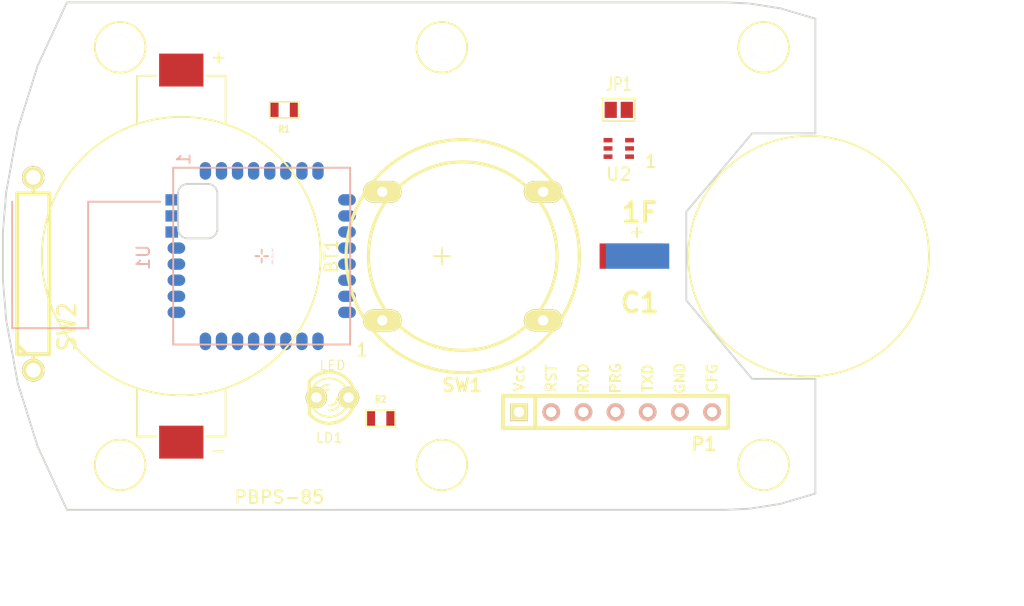
<source format=kicad_pcb>
(kicad_pcb (version 3) (host pcbnew "(2013-07-07 BZR 4022)-stable")

  (general
    (links 31)
    (no_connects 31)
    (area 0 0 0 0)
    (thickness 1)
    (drawings 2)
    (tracks 0)
    (zones 0)
    (modules 12)
    (nets 15)
  )

  (page A3)
  (layers
    (15 F.Cu signal)
    (0 B.Cu signal)
    (16 B.Adhes user)
    (17 F.Adhes user)
    (18 B.Paste user)
    (19 F.Paste user)
    (20 B.SilkS user)
    (21 F.SilkS user)
    (22 B.Mask user)
    (23 F.Mask user)
    (24 Dwgs.User user)
    (25 Cmts.User user)
    (26 Eco1.User user)
    (27 Eco2.User user)
    (28 Edge.Cuts user)
  )

  (setup
    (last_trace_width 0.254)
    (trace_clearance 0.254)
    (zone_clearance 0.508)
    (zone_45_only no)
    (trace_min 0.254)
    (segment_width 0.2)
    (edge_width 0.1)
    (via_size 0.889)
    (via_drill 0.635)
    (via_min_size 0.889)
    (via_min_drill 0.508)
    (uvia_size 0.508)
    (uvia_drill 0.127)
    (uvias_allowed no)
    (uvia_min_size 0.508)
    (uvia_min_drill 0.127)
    (pcb_text_width 0.3)
    (pcb_text_size 1.5 1.5)
    (mod_edge_width 0.15)
    (mod_text_size 1 1)
    (mod_text_width 0.15)
    (pad_size 2 2)
    (pad_drill 2)
    (pad_to_mask_clearance 0)
    (aux_axis_origin 12.7 12.7)
    (visible_elements 7FFFFFFF)
    (pcbplotparams
      (layerselection 284196865)
      (usegerberextensions true)
      (excludeedgelayer true)
      (linewidth 0.150000)
      (plotframeref false)
      (viasonmask false)
      (mode 1)
      (useauxorigin false)
      (hpglpennumber 1)
      (hpglpenspeed 20)
      (hpglpendiameter 15)
      (hpglpenoverlay 2)
      (psnegative false)
      (psa4output false)
      (plotreference true)
      (plotvalue true)
      (plotothertext true)
      (plotinvisibletext false)
      (padsonsilk false)
      (subtractmaskfromsilk true)
      (outputformat 1)
      (mirror false)
      (drillshape 0)
      (scaleselection 1)
      (outputdirectory gerber/))
  )

  (net 0 "")
  (net 1 /3V)
  (net 2 /CHG)
  (net 3 /Vcc)
  (net 4 GND)
  (net 5 N-000001)
  (net 6 N-0000012)
  (net 7 N-0000013)
  (net 8 N-0000014)
  (net 9 N-0000016)
  (net 10 N-0000017)
  (net 11 N-0000019)
  (net 12 N-000002)
  (net 13 N-000003)
  (net 14 N-000005)

  (net_class Default "これは標準のネット クラスです。"
    (clearance 0.254)
    (trace_width 0.254)
    (via_dia 0.889)
    (via_drill 0.635)
    (uvia_dia 0.508)
    (uvia_drill 0.127)
    (add_net "")
    (add_net N-000001)
    (add_net N-0000012)
    (add_net N-0000013)
    (add_net N-0000014)
    (add_net N-0000016)
    (add_net N-0000017)
    (add_net N-0000019)
    (add_net N-000002)
    (add_net N-000003)
    (add_net N-000005)
  )

  (net_class power ""
    (clearance 0.254)
    (trace_width 0.508)
    (via_dia 0.889)
    (via_drill 0.635)
    (uvia_dia 0.508)
    (uvia_drill 0.127)
    (add_net /3V)
    (add_net /CHG)
    (add_net /Vcc)
    (add_net GND)
  )

  (module GS2 (layer F.Cu) (tedit 54CB1E4B) (tstamp 54B9D453)
    (at 62.484 22.352 270)
    (descr "Pontet Goute de soudure")
    (path /54B7E0F7)
    (attr virtual)
    (fp_text reference JP1 (at -2.032 0 360) (layer F.SilkS)
      (effects (font (size 1.016 0.762) (thickness 0.127)))
    )
    (fp_text value BYPASS (at -1.524 0 360) (layer F.SilkS) hide
      (effects (font (size 0.762 0.762) (thickness 0.127)))
    )
    (fp_line (start -0.889 -1.27) (end -0.889 1.27) (layer F.SilkS) (width 0.127))
    (fp_line (start 0.889 1.27) (end 0.889 -1.27) (layer F.SilkS) (width 0.127))
    (fp_line (start 0.889 1.27) (end -0.889 1.27) (layer F.SilkS) (width 0.127))
    (fp_line (start -0.889 -1.27) (end 0.889 -1.27) (layer F.SilkS) (width 0.127))
    (pad 1 smd rect (at 0 -0.635 270) (size 1.27 0.9652)
      (layers F.Cu F.Paste F.Mask)
      (net 3 /Vcc)
    )
    (pad 2 smd rect (at 0 0.635 270) (size 1.27 0.9652)
      (layers F.Cu F.Paste F.Mask)
      (net 2 /CHG)
    )
  )

  (module LED-3MM (layer F.Cu) (tedit 54CB240E) (tstamp 54BB6F4F)
    (at 39.878 45.085 180)
    (descr "LED 3mm - Lead pitch 100mil (2,54mm)")
    (tags "LED led 3mm 3MM 100mil 2,54mm")
    (path /54AD1F8E)
    (fp_text reference LD1 (at 0.254 -3.175 180) (layer F.SilkS)
      (effects (font (size 0.762 0.762) (thickness 0.0889)))
    )
    (fp_text value LED (at 0 2.54 180) (layer F.SilkS)
      (effects (font (size 0.762 0.762) (thickness 0.0889)))
    )
    (fp_line (start 1.8288 1.27) (end 1.8288 -1.27) (layer F.SilkS) (width 0.254))
    (fp_arc (start 0.254 0) (end -1.27 0) (angle 39.8) (layer F.SilkS) (width 0.1524))
    (fp_arc (start 0.254 0) (end -0.88392 1.01092) (angle 41.6) (layer F.SilkS) (width 0.1524))
    (fp_arc (start 0.254 0) (end 1.4097 -0.9906) (angle 40.6) (layer F.SilkS) (width 0.1524))
    (fp_arc (start 0.254 0) (end 1.778 0) (angle 39.8) (layer F.SilkS) (width 0.1524))
    (fp_arc (start 0.254 0) (end 0.254 -1.524) (angle 54.4) (layer F.SilkS) (width 0.1524))
    (fp_arc (start 0.254 0) (end -0.9652 -0.9144) (angle 53.1) (layer F.SilkS) (width 0.1524))
    (fp_arc (start 0.254 0) (end 1.45542 0.93472) (angle 52.1) (layer F.SilkS) (width 0.1524))
    (fp_arc (start 0.254 0) (end 0.254 1.524) (angle 52.1) (layer F.SilkS) (width 0.1524))
    (fp_arc (start 0.254 0) (end -0.381 0) (angle 90) (layer F.SilkS) (width 0.1524))
    (fp_arc (start 0.254 0) (end -0.762 0) (angle 90) (layer F.SilkS) (width 0.1524))
    (fp_arc (start 0.254 0) (end 0.889 0) (angle 90) (layer F.SilkS) (width 0.1524))
    (fp_arc (start 0.254 0) (end 1.27 0) (angle 90) (layer F.SilkS) (width 0.1524))
    (fp_arc (start 0.254 0) (end 0.254 -2.032) (angle 50.1) (layer F.SilkS) (width 0.254))
    (fp_arc (start 0.254 0) (end -1.5367 -0.95504) (angle 61.9) (layer F.SilkS) (width 0.254))
    (fp_arc (start 0.254 0) (end 1.8034 1.31064) (angle 49.7) (layer F.SilkS) (width 0.254))
    (fp_arc (start 0.254 0) (end 0.254 2.032) (angle 60.2) (layer F.SilkS) (width 0.254))
    (fp_arc (start 0.254 0) (end -1.778 0) (angle 28.3) (layer F.SilkS) (width 0.254))
    (fp_arc (start 0.254 0) (end -1.47574 1.06426) (angle 31.6) (layer F.SilkS) (width 0.254))
    (pad 1 thru_hole circle (at -1.27 0 180) (size 1.6764 1.6764) (drill 0.8128)
      (layers *.Cu *.Mask F.SilkS)
      (net 12 N-000002)
    )
    (pad 2 thru_hole circle (at 1.27 0 180) (size 1.6764 1.6764) (drill 0.8128)
      (layers *.Cu *.Mask F.SilkS)
      (net 13 N-000003)
    )
    (model discret/leds/led3_vertical_verde.wrl
      (at (xyz 0 0 0))
      (scale (xyz 1 1 1))
      (rotate (xyz 0 0 0))
    )
  )

  (module SM0603 (layer F.Cu) (tedit 54CB2404) (tstamp 54B7CB61)
    (at 43.688 46.736)
    (path /54AE44D9)
    (attr smd)
    (fp_text reference R2 (at 0 -1.524) (layer F.SilkS)
      (effects (font (size 0.508 0.4572) (thickness 0.1143)))
    )
    (fp_text value 680 (at 0 0) (layer F.SilkS) hide
      (effects (font (size 0.508 0.4572) (thickness 0.1143)))
    )
    (fp_line (start -1.143 -0.635) (end 1.143 -0.635) (layer F.SilkS) (width 0.127))
    (fp_line (start 1.143 -0.635) (end 1.143 0.635) (layer F.SilkS) (width 0.127))
    (fp_line (start 1.143 0.635) (end -1.143 0.635) (layer F.SilkS) (width 0.127))
    (fp_line (start -1.143 0.635) (end -1.143 -0.635) (layer F.SilkS) (width 0.127))
    (pad 1 smd rect (at -0.762 0) (size 0.635 1.143)
      (layers F.Cu F.Paste F.Mask)
      (net 3 /Vcc)
    )
    (pad 2 smd rect (at 0.762 0) (size 0.635 1.143)
      (layers F.Cu F.Paste F.Mask)
      (net 12 N-000002)
    )
    (model smd\resistors\R0603.wrl
      (at (xyz 0 0 0.001))
      (scale (xyz 0.5 0.5 0.5))
      (rotate (xyz 0 0 0))
    )
  )

  (module SM0603 (layer F.Cu) (tedit 54CB243A) (tstamp 54B7CB47)
    (at 36.068 22.352)
    (path /54ACCB34)
    (attr smd)
    (fp_text reference R1 (at 0 1.524) (layer F.SilkS)
      (effects (font (size 0.508 0.4572) (thickness 0.1143)))
    )
    (fp_text value 330 (at 0 0) (layer F.SilkS) hide
      (effects (font (size 0.508 0.4572) (thickness 0.1143)))
    )
    (fp_line (start -1.143 -0.635) (end 1.143 -0.635) (layer F.SilkS) (width 0.127))
    (fp_line (start 1.143 -0.635) (end 1.143 0.635) (layer F.SilkS) (width 0.127))
    (fp_line (start 1.143 0.635) (end -1.143 0.635) (layer F.SilkS) (width 0.127))
    (fp_line (start -1.143 0.635) (end -1.143 -0.635) (layer F.SilkS) (width 0.127))
    (pad 1 smd rect (at -0.762 0) (size 0.635 1.143)
      (layers F.Cu F.Paste F.Mask)
      (net 1 /3V)
    )
    (pad 2 smd rect (at 0.762 0) (size 0.635 1.143)
      (layers F.Cu F.Paste F.Mask)
      (net 2 /CHG)
    )
    (model smd\resistors\R0603.wrl
      (at (xyz 0 0 0.001))
      (scale (xyz 0.5 0.5 0.5))
      (rotate (xyz 0 0 0))
    )
  )

  (module HN2S01FU (layer F.Cu) (tedit 54CB2432) (tstamp 54B9D448)
    (at 62.484 25.4 180)
    (path /54B6402D)
    (fp_text reference U2 (at 0 -2.032 180) (layer F.SilkS)
      (effects (font (size 1 1) (thickness 0.15)))
    )
    (fp_text value HN2S01FU (at 0 1.2 180) (layer F.SilkS) hide
      (effects (font (size 0.127 0.127) (thickness 0.000001)))
    )
    (fp_text user 1 (at -2.54 -1.016 180) (layer F.SilkS)
      (effects (font (size 1 1) (thickness 0.15)))
    )
    (pad 2 smd rect (at -0.85 0 180) (size 0.7 0.35)
      (layers F.Cu F.Paste F.Mask)
      (net 3 /Vcc)
    )
    (pad 1 smd rect (at -0.85 -0.65 180) (size 0.7 0.35)
      (layers F.Cu F.Paste F.Mask)
      (net 3 /Vcc)
    )
    (pad 3 smd rect (at -0.85 0.65 180) (size 0.7 0.35)
      (layers F.Cu F.Paste F.Mask)
      (net 3 /Vcc)
    )
    (pad 4 smd rect (at 0.85 0.65 180) (size 0.7 0.35)
      (layers F.Cu F.Paste F.Mask)
      (net 2 /CHG)
    )
    (pad 5 smd rect (at 0.85 0 180) (size 0.7 0.35)
      (layers F.Cu F.Paste F.Mask)
      (net 2 /CHG)
    )
    (pad 6 smd rect (at 0.85 -0.65 180) (size 0.7 0.35)
      (layers F.Cu F.Paste F.Mask)
      (net 5 N-000001)
    )
    (model HN2S01FU.wrl
      (at (xyz 0 0 0))
      (scale (xyz 0.3937007874 0.3937007874 0.3937007874))
      (rotate (xyz 0 0 0))
    )
  )

  (module JF-15CKCBNP2   placed (layer F.Cu) (tedit 54BDEB25) (tstamp 54B9D517)
    (at 50.165 33.909 180)
    (path /549BC4AC)
    (fp_text reference SW1 (at 0.05 -10.2 180) (layer F.SilkS)
      (effects (font (size 1.016 1.016) (thickness 0.2032)))
    )
    (fp_text value SW_PUSH (at 0 1.016 180) (layer F.SilkS) hide
      (effects (font (size 1.016 1.016) (thickness 0.2032)))
    )
    (fp_text user 1 (at 7.95 -7.4 180) (layer F.SilkS)
      (effects (font (size 1 1) (thickness 0.15)))
    )
    (fp_circle (center 0 0) (end 8.85 2.54) (layer F.SilkS) (width 0.254))
    (fp_circle (center 0 0) (end 7 2.54) (layer F.SilkS) (width 0.254))
    (pad 1 thru_hole oval (at 6.35 -5.08 180) (size 3.048 1.7272) (drill 0.8128)
      (layers *.Cu *.Mask F.SilkS)
      (net 10 N-0000017)
    )
    (pad 2 thru_hole oval (at 6.35 5.08 180) (size 3.048 1.7272) (drill 0.8128)
      (layers *.Cu *.Mask F.SilkS)
      (net 4 GND)
    )
    (pad 1 thru_hole oval (at -6.35 -5.08 180) (size 3.048 1.7272) (drill 0.8128)
      (layers *.Cu *.Mask F.SilkS)
      (net 10 N-0000017)
    )
    (pad 2 thru_hole oval (at -6.35 5.08 180) (size 3.048 1.7272) (drill 0.8128)
      (layers *.Cu *.Mask F.SilkS)
      (net 4 GND)
    )
    (model ../packages3d/JF-15CKCBNP2.wrl
      (at (xyz 0 0 0))
      (scale (xyz 0.393701 0.393701 0.393701))
      (rotate (xyz 0 0 0))
    )
  )

  (module SMTU2032 (layer F.Cu) (tedit 54BDEAE8) (tstamp 54B9D46B)
    (at 27.94 33.909 270)
    (path /5493D0B5)
    (fp_text reference BT1 (at 0 -11.85 270) (layer F.SilkS)
      (effects (font (size 1 1) (thickness 0.15)))
    )
    (fp_text value 3V (at 0.05 -0.6 270) (layer F.SilkS) hide
      (effects (font (size 1 1) (thickness 0.15)))
    )
    (fp_text user - (at 15.35 -2.95 360) (layer F.SilkS)
      (effects (font (size 1 1) (thickness 0.15)))
    )
    (fp_text user + (at -15.75 -2.95 360) (layer F.SilkS)
      (effects (font (size 1 1) (thickness 0.15)))
    )
    (fp_line (start 14.25 2) (end 14.25 3.5) (layer F.SilkS) (width 0.15))
    (fp_line (start -14.25 3.5) (end -14.25 2) (layer F.SilkS) (width 0.15))
    (fp_line (start 10.5 -3.5) (end 14.25 -3.5) (layer F.SilkS) (width 0.15))
    (fp_line (start 14.25 -3.5) (end 14.25 -2) (layer F.SilkS) (width 0.15))
    (fp_line (start 14.25 3.5) (end 10.5 3.5) (layer F.SilkS) (width 0.15))
    (fp_line (start -10.5 -3.5) (end -14.25 -3.5) (layer F.SilkS) (width 0.15))
    (fp_line (start -14.25 -3.5) (end -14.25 -2) (layer F.SilkS) (width 0.15))
    (fp_line (start -14.25 3.5) (end -10.5 3.5) (layer F.SilkS) (width 0.15))
    (fp_circle (center 0 0) (end 0 -11) (layer F.SilkS) (width 0.15))
    (pad 1 smd rect (at -14.7 0 270) (size 2.6 3.5)
      (layers F.Cu F.Paste F.Mask)
      (net 1 /3V)
    )
    (pad 2 smd rect (at 14.7 0 270) (size 2.6 3.5)
      (layers F.Cu F.Paste F.Mask)
      (net 4 GND)
    )
    (model ../packages3d/SMTU2032.wrl
      (at (xyz 0 0 0))
      (scale (xyz 0.393701 0.393701 0.393701))
      (rotate (xyz 0 0 0))
    )
    (model ../packages3d/CR2032.wrl
      (at (xyz 0 0 0.06102362205))
      (scale (xyz 0.393701 0.393701 0.393701))
      (rotate (xyz 0 0 0))
    )
  )

  (module SE-5R5-D105VYV   placed (layer F.Cu) (tedit 54BDDBD0) (tstamp 54B1BC4C)
    (at 77.47 33.909 180)
    (descr "Capacitor, EDLC, cyl 18.5x4mm")
    (path /549BC5A8)
    (fp_text reference C1 (at 13.335 -3.683 180) (layer F.SilkS)
      (effects (font (size 1.524 1.524) (thickness 0.3048)))
    )
    (fp_text value 1F (at 13.335 3.429 180) (layer F.SilkS)
      (effects (font (size 1.524 1.524) (thickness 0.3048)))
    )
    (fp_text user + (at 13.55 1.95 180) (layer F.SilkS)
      (effects (font (size 1 1) (thickness 0.15)))
    )
    (fp_circle (center 0 0) (end 9.5 0) (layer F.SilkS) (width 0.15))
    (pad 1 smd rect (at 14 0 180) (size 5 2)
      (layers F.Cu F.Paste F.Mask)
      (net 3 /Vcc)
    )
    (pad 2 smd rect (at 13.5 0 180) (size 5 2)
      (layers B.Cu B.Paste B.Mask)
      (net 4 GND)
    )
    (model ../packages3d/SE-5R5-D105VYV.wrl
      (at (xyz 0 0 -0.03937007874))
      (scale (xyz 0.393701 0.393701 0.393701))
      (rotate (xyz 0 0 0))
    )
  )

  (module TWE-001L-SMD (layer B.Cu) (tedit 54CC27AC) (tstamp 54BEC2EB)
    (at 34.29 33.909 270)
    (path /54E4765F)
    (fp_text reference U1 (at 0.1 9.35 270) (layer B.SilkS)
      (effects (font (size 1 1) (thickness 0.15)) (justify mirror))
    )
    (fp_text value TWE_LITE_SMD (at 0 -0.85 270) (layer B.SilkS)
      (effects (font (size 0.127 0.127) (thickness 0.000001)) (justify mirror))
    )
    (fp_line (start -0.5 0) (end -0.2 0) (layer B.SilkS) (width 0.15))
    (fp_line (start 0 0.5) (end 0 0.2) (layer B.SilkS) (width 0.15))
    (fp_line (start 0 -0.5) (end 0 -0.2) (layer B.SilkS) (width 0.15))
    (fp_line (start 0.2 0) (end 0.5 0) (layer B.SilkS) (width 0.15))
    (fp_text user 1 (at -7.65 6.15 270) (layer B.SilkS)
      (effects (font (size 1 1) (thickness 0.15)) (justify mirror))
    )
    (fp_arc (start -4.95 4.25) (end -4.95 3.5) (angle -90) (layer Edge.Cuts) (width 0.15))
    (fp_line (start -5.7 4.25) (end -5.7 5.85) (layer Edge.Cuts) (width 0.15))
    (fp_arc (start -4.95 5.85) (end -5.7 5.85) (angle -90) (layer Edge.Cuts) (width 0.15))
    (fp_line (start -2.15 6.6) (end -4.95 6.6) (layer Edge.Cuts) (width 0.15))
    (fp_arc (start -2.15 5.85) (end -2.15 6.6) (angle -90) (layer Edge.Cuts) (width 0.15))
    (fp_line (start -1.4 5.85) (end -1.4 4.25) (layer Edge.Cuts) (width 0.15))
    (fp_arc (start -2.15 4.25) (end -1.4 4.25) (angle -90) (layer Edge.Cuts) (width 0.15))
    (fp_line (start -2.15 3.5) (end -4.95 3.5) (layer Edge.Cuts) (width 0.15))
    (fp_line (start -6.985 6.985) (end -6.985 -6.985) (layer B.SilkS) (width 0.15))
    (fp_line (start -6.985 -6.985) (end 6.985 -6.985) (layer B.SilkS) (width 0.15))
    (fp_line (start 6.985 -6.985) (end 6.985 6.985) (layer B.SilkS) (width 0.15))
    (fp_line (start 6.985 6.985) (end -6.985 6.985) (layer B.SilkS) (width 0.15))
    (fp_line (start -4.3 8) (end -4.3 13.7) (layer B.SilkS) (width 0.15))
    (fp_line (start -4.3 13.7) (end 5.7 13.7) (layer B.SilkS) (width 0.15))
    (fp_line (start 5.7 13.7) (end 5.7 19.7) (layer B.SilkS) (width 0.15))
    (fp_line (start 5.7 19.7) (end -4.3 19.7) (layer B.SilkS) (width 0.15))
    (pad 1 smd oval (at -6.735 4.445 180) (size 0.9 1.4)
      (layers B.Cu B.Paste B.Mask)
    )
    (pad 2 smd oval (at -6.735 3.175 180) (size 0.9 1.4)
      (layers B.Cu B.Paste B.Mask)
      (net 8 N-0000014)
    )
    (pad 3 smd oval (at -6.735 1.905 180) (size 0.9 1.4)
      (layers B.Cu B.Paste B.Mask)
    )
    (pad 4 smd oval (at -6.735 0.635 180) (size 0.9 1.4)
      (layers B.Cu B.Paste B.Mask)
    )
    (pad 5 smd oval (at -6.735 -0.635 180) (size 0.9 1.4)
      (layers B.Cu B.Paste B.Mask)
      (net 3 /Vcc)
    )
    (pad 6 smd oval (at -6.735 -1.905 180) (size 0.9 1.4)
      (layers B.Cu B.Paste B.Mask)
    )
    (pad 7 smd oval (at -6.735 -3.175 180) (size 0.9 1.4)
      (layers B.Cu B.Paste B.Mask)
    )
    (pad 8 smd oval (at -6.735 -4.445 180) (size 0.9 1.4)
      (layers B.Cu B.Paste B.Mask)
      (net 11 N-0000019)
    )
    (pad 9 smd oval (at -4.445 -6.735 270) (size 0.9 1.4)
      (layers B.Cu B.Paste B.Mask)
      (net 14 N-000005)
    )
    (pad 10 smd oval (at -3.175 -6.735 270) (size 0.9 1.4)
      (layers B.Cu B.Paste B.Mask)
    )
    (pad 11 smd oval (at -1.905 -6.735 270) (size 0.9 1.4)
      (layers B.Cu B.Paste B.Mask)
      (net 13 N-000003)
    )
    (pad 12 smd oval (at -0.635 -6.735 270) (size 0.9 1.4)
      (layers B.Cu B.Paste B.Mask)
      (net 7 N-0000013)
    )
    (pad 13 smd oval (at 0.635 -6.735 270) (size 0.9 1.4)
      (layers B.Cu B.Paste B.Mask)
      (net 10 N-0000017)
    )
    (pad 14 smd oval (at 1.905 -6.735 270) (size 0.9 1.4)
      (layers B.Cu B.Paste B.Mask)
    )
    (pad 15 smd oval (at 3.175 -6.735 270) (size 0.9 1.4)
      (layers B.Cu B.Paste B.Mask)
    )
    (pad 16 smd oval (at 4.445 -6.735 270) (size 0.9 1.4)
      (layers B.Cu B.Paste B.Mask)
    )
    (pad 17 smd oval (at 6.735 -4.445 180) (size 0.9 1.4)
      (layers B.Cu B.Paste B.Mask)
    )
    (pad 18 smd oval (at 6.735 -3.175 180) (size 0.9 1.4)
      (layers B.Cu B.Paste B.Mask)
      (net 9 N-0000016)
    )
    (pad 19 smd oval (at 6.735 -1.905 180) (size 0.9 1.4)
      (layers B.Cu B.Paste B.Mask)
    )
    (pad 20 smd oval (at 6.735 -0.635 180) (size 0.9 1.4)
      (layers B.Cu B.Paste B.Mask)
      (net 4 GND)
    )
    (pad 21 smd oval (at 6.735 0.635 180) (size 0.9 1.4)
      (layers B.Cu B.Paste B.Mask)
      (net 6 N-0000012)
    )
    (pad 22 smd oval (at 6.735 1.905 180) (size 0.9 1.4)
      (layers B.Cu B.Paste B.Mask)
    )
    (pad 23 smd oval (at 6.735 3.175 180) (size 0.9 1.4)
      (layers B.Cu B.Paste B.Mask)
    )
    (pad 24 smd oval (at 6.735 4.445 180) (size 0.9 1.4)
      (layers B.Cu B.Paste B.Mask)
    )
    (pad 25 smd oval (at 4.445 6.735 270) (size 0.9 1.4)
      (layers B.Cu B.Paste B.Mask)
    )
    (pad 26 smd oval (at 3.175 6.735 270) (size 0.9 1.4)
      (layers B.Cu B.Paste B.Mask)
    )
    (pad 27 smd oval (at 1.905 6.735 270) (size 0.9 1.4)
      (layers B.Cu B.Paste B.Mask)
    )
    (pad 28 smd oval (at 0.635 6.735 270) (size 0.9 1.4)
      (layers B.Cu B.Paste B.Mask)
      (net 4 GND)
    )
    (pad 29 smd oval (at -0.635 6.735 270) (size 0.9 1.4)
      (layers B.Cu B.Paste B.Mask)
    )
    (pad 30 smd rect (at -1.905 7.1 270) (size 0.9 1)
      (layers B.Cu B.Paste B.Mask)
      (net 4 GND)
    )
    (pad 31 smd rect (at -3.175 7.1 270) (size 0.9 1)
      (layers B.Cu B.Paste B.Mask)
      (net 4 GND)
    )
    (pad 32 smd rect (at -4.445 7.1 270) (size 0.9 1)
      (layers B.Cu B.Paste B.Mask)
      (net 4 GND)
    )
    (model ../packages3d/TWE-001L-SMD.wrl
      (at (xyz 0 0 0))
      (scale (xyz 0.393701 0.393701 0.393701))
      (rotate (xyz 0 0 0))
    )
  )

  (module PBPS-85-EDLC (layer F.Cu) (tedit 54E6B415) (tstamp 54B5FE16)
    (at 48.514 33.909)
    (fp_text reference PBPS-85 (at -12.827 19.05) (layer F.SilkS)
      (effects (font (size 1 1) (thickness 0.15)))
    )
    (fp_text value "" (at 0 0) (layer F.SilkS)
      (effects (font (size 0.127 0.127) (thickness 0.000001)))
    )
    (fp_line (start 29.4894 9.7) (end 29.4894 18.7579) (layer Edge.Cuts) (width 0.15))
    (fp_line (start 24.5 9.7) (end 29.4894 9.7) (layer Edge.Cuts) (width 0.15))
    (fp_line (start 19.3 3.5) (end 24.5 9.7) (layer Edge.Cuts) (width 0.15))
    (fp_line (start 19.3 3.5) (end 19.3 -3.5) (layer Edge.Cuts) (width 0.15))
    (fp_line (start 19.3 -3.5) (end 24.5 -9.7) (layer Edge.Cuts) (width 0.15))
    (fp_line (start 24.5 -9.7) (end 29.4894 -9.7) (layer Edge.Cuts) (width 0.15))
    (fp_line (start 29.4894 -9.7) (end 29.4894 -18.7579) (layer Edge.Cuts) (width 0.15))
    (fp_circle (center 25.4 16.5) (end 25.4 18.5) (layer F.SilkS) (width 0.15))
    (fp_circle (center -25.4 16.5) (end -25.4 18.5) (layer F.SilkS) (width 0.15))
    (fp_circle (center 0 16.5) (end 0 18.5) (layer F.SilkS) (width 0.15))
    (fp_circle (center 25.4 -16.5) (end 25.4 -18.5) (layer F.SilkS) (width 0.15))
    (fp_circle (center 0 -16.5) (end 0 -18.5) (layer F.SilkS) (width 0.15))
    (fp_circle (center -25.4 -16.5) (end -25.4 -18.5) (layer F.SilkS) (width 0.15))
    (fp_line (start 0 -0.635) (end 0 0.635) (layer F.SilkS) (width 0.15))
    (fp_line (start -0.635 0) (end 0.635 0) (layer F.SilkS) (width 0.15))
    (fp_line (start -29.6 -20.05) (end 22.4 -20.05) (layer Edge.Cuts) (width 0.15))
    (fp_line (start -29.6 -20.05) (end -31.9151 -15.0368) (layer Edge.Cuts) (width 0.15))
    (fp_line (start -31.9151 -15.0368) (end -33.4899 -10.0076) (layer Edge.Cuts) (width 0.15))
    (fp_line (start -33.4899 -10.0076) (end -34.3916 -5.08) (layer Edge.Cuts) (width 0.15))
    (fp_line (start -34.3916 -5.08) (end -34.6583 -1.8669) (layer Edge.Cuts) (width 0.15))
    (fp_line (start -34.6583 -1.8669) (end -34.6583 1.8669) (layer Edge.Cuts) (width 0.15))
    (fp_line (start -34.6583 1.8669) (end -34.3916 5.08) (layer Edge.Cuts) (width 0.15))
    (fp_line (start -33.4899 10.0076) (end -34.3916 5.08) (layer Edge.Cuts) (width 0.15))
    (fp_line (start -31.9151 15.0368) (end -33.4899 10.0076) (layer Edge.Cuts) (width 0.15))
    (fp_line (start -29.6 20.05) (end -31.9151 15.0368) (layer Edge.Cuts) (width 0.15))
    (fp_line (start -29.6 20.05) (end 22.4 20.05) (layer Edge.Cuts) (width 0.15))
    (fp_line (start 22.4 20.05) (end 24.257 19.9644) (layer Edge.Cuts) (width 0.15))
    (fp_line (start 24.257 19.9644) (end 26.7081 19.5834) (layer Edge.Cuts) (width 0.15))
    (fp_line (start 26.7081 19.5834) (end 29.4894 18.7579) (layer Edge.Cuts) (width 0.15))
    (fp_line (start 26.7081 -19.5834) (end 29.4894 -18.7579) (layer Edge.Cuts) (width 0.15))
    (fp_line (start 24.257 -19.9644) (end 26.7081 -19.5834) (layer Edge.Cuts) (width 0.15))
    (fp_line (start 22.4 -20.05) (end 24.257 -19.9644) (layer Edge.Cuts) (width 0.15))
    (pad "" np_thru_hole circle (at 0 -16.5) (size 2 2) (drill 2)
      (layers *.Cu *.Mask F.SilkS)
      (clearance 1)
    )
    (pad "" np_thru_hole circle (at 0 16.5) (size 2 2) (drill 2)
      (layers *.Cu *.Mask F.SilkS)
      (clearance 1)
    )
    (pad "" np_thru_hole circle (at -25.4 -16.5) (size 2 2) (drill 2)
      (layers *.Cu *.Mask F.SilkS)
      (clearance 1)
    )
    (pad "" np_thru_hole circle (at -25.4 16.5) (size 2 2) (drill 2)
      (layers *.Cu *.Mask F.SilkS)
      (clearance 1)
    )
    (pad "" np_thru_hole circle (at 25.4 -16.5) (size 2 2) (drill 2)
      (layers *.Cu *.Mask F.SilkS)
      (clearance 1)
    )
    (pad "" np_thru_hole circle (at 25.4 16.5) (size 2 2) (drill 2)
      (layers *.Cu *.Mask F.SilkS)
      (clearance 1)
    )
    (model ../packages3d/PS-85.wrl
      (at (xyz 0 0 -0.03937))
      (scale (xyz 0.393701 0.393701 0.393701))
      (rotate (xyz 0 0 0))
    )
  )

  (module WRITE-7P (layer F.Cu) (tedit 54E42C8A) (tstamp 54E6B2D1)
    (at 62.23 46.228)
    (descr "TWE-Lite ISP 7 pins")
    (tags TWE-Lite)
    (path /54E4785D)
    (fp_text reference P1 (at 6.985 2.54) (layer F.SilkS)
      (effects (font (size 1 1) (thickness 0.2)))
    )
    (fp_text value WRITER-VCC (at 0 2.5) (layer F.SilkS) hide
      (effects (font (size 1 1) (thickness 0.2)))
    )
    (fp_text user CFG (at 7.62 -2.667 90) (layer F.SilkS)
      (effects (font (size 0.8 0.8) (thickness 0.15)))
    )
    (fp_text user GND (at 5.08 -2.667 90) (layer F.SilkS)
      (effects (font (size 0.8 0.8) (thickness 0.15)))
    )
    (fp_text user TXD (at 2.54 -2.667 90) (layer F.SilkS)
      (effects (font (size 0.8 0.8) (thickness 0.15)))
    )
    (fp_text user PRG (at 0 -2.667 90) (layer F.SilkS)
      (effects (font (size 0.8 0.8) (thickness 0.15)))
    )
    (fp_text user RXD (at -2.54 -2.667 90) (layer F.SilkS)
      (effects (font (size 0.8 0.8) (thickness 0.15)))
    )
    (fp_text user RST (at -5.08 -2.667 90) (layer F.SilkS)
      (effects (font (size 0.8 0.8) (thickness 0.15)))
    )
    (fp_text user Vcc (at -7.62 -2.667 90) (layer F.SilkS)
      (effects (font (size 0.8 0.8) (thickness 0.15)))
    )
    (fp_line (start -8.89 -1.27) (end -8.89 -1.27) (layer F.SilkS) (width 0.3048))
    (fp_line (start -8.89 -1.27) (end 8.89 -1.27) (layer F.SilkS) (width 0.3048))
    (fp_line (start 8.89 -1.27) (end 8.89 1.27) (layer F.SilkS) (width 0.3048))
    (fp_line (start 8.89 1.27) (end -8.89 1.27) (layer F.SilkS) (width 0.3048))
    (fp_line (start -8.89 1.27) (end -8.89 -1.27) (layer F.SilkS) (width 0.3048))
    (fp_line (start -6.35 1.27) (end -6.35 1.27) (layer F.SilkS) (width 0.3048))
    (fp_line (start -6.35 1.27) (end -6.35 -1.27) (layer F.SilkS) (width 0.3048))
    (pad 1 thru_hole rect (at -7.62 0) (size 1.397 1.397) (drill 0.8128)
      (layers *.Cu *.Mask F.SilkS)
      (net 5 N-000001)
    )
    (pad 2 thru_hole circle (at -5.08 0) (size 1.397 1.397) (drill 0.8128)
      (layers *.Cu *.SilkS *.Mask)
      (net 6 N-0000012)
    )
    (pad 3 thru_hole circle (at -2.54 0) (size 1.397 1.397) (drill 0.8128)
      (layers *.Cu *.SilkS *.Mask)
      (net 14 N-000005)
    )
    (pad 4 thru_hole circle (at 0 0) (size 1.397 1.397) (drill 0.8128)
      (layers *.Cu *.SilkS *.Mask)
      (net 8 N-0000014)
    )
    (pad 5 thru_hole circle (at 2.54 0) (size 1.397 1.397) (drill 0.8128)
      (layers *.Cu *.SilkS *.Mask)
      (net 11 N-0000019)
    )
    (pad 6 thru_hole circle (at 5.08 0) (size 1.397 1.397) (drill 0.8128)
      (layers *.Cu *.SilkS *.Mask)
      (net 4 GND)
    )
    (pad 7 thru_hole circle (at 7.62 0) (size 1.397 1.397) (drill 0.8128)
      (layers *.Cu *.SilkS *.Mask)
      (net 7 N-0000013)
    )
  )

  (module R6 (layer F.Cu) (tedit 54E6B398) (tstamp 54E6B2DE)
    (at 16.256 35.306 90)
    (descr "Resistance 6 pas")
    (tags R)
    (path /54E4493A)
    (autoplace_cost180 10)
    (fp_text reference SW2 (at -4.191 2.667 90) (layer F.SilkS)
      (effects (font (size 1.397 1.27) (thickness 0.2032)))
    )
    (fp_text value "REED SW" (at 0.254 0 90) (layer F.SilkS) hide
      (effects (font (size 1.397 1.27) (thickness 0.2032)))
    )
    (fp_line (start -6.35 -1.27) (end 6.35 -1.27) (layer F.SilkS) (width 0.3048))
    (fp_line (start 6.35 -1.27) (end 6.35 1.27) (layer F.SilkS) (width 0.3048))
    (fp_line (start 6.35 1.27) (end -6.35 1.27) (layer F.SilkS) (width 0.3048))
    (fp_line (start 6.35 0) (end 7.62 0) (layer F.SilkS) (width 0.3048))
    (fp_line (start -7.62 0) (end -6.35 0) (layer F.SilkS) (width 0.3048))
    (fp_line (start -6.35 -0.508) (end -5.588 -1.27) (layer F.SilkS) (width 0.3048))
    (fp_line (start -6.35 -1.27) (end -6.35 1.27) (layer F.SilkS) (width 0.3048))
    (pad 1 thru_hole circle (at -7.62 0 90) (size 1.778 1.778) (drill 1.143)
      (layers *.Cu *.Mask F.SilkS)
      (net 9 N-0000016)
    )
    (pad 2 thru_hole circle (at 7.62 0 90) (size 1.778 1.778) (drill 1.143)
      (layers *.Cu *.Mask F.SilkS)
      (net 4 GND)
    )
    (model discret/resistor.wrl
      (at (xyz 0 0 0))
      (scale (xyz 0.6 0.6 0.6))
      (rotate (xyz 0 0 0))
    )
  )

  (dimension 64.516245 (width 0.3) (layer Eco2.User)
    (gr_text 64.516mm (at 46.034859 62.123522 359.8420986) (layer Eco2.User)
      (effects (font (size 1.5 1.5) (thickness 0.3)))
    )
    (feature1 (pts (xy 78.3717 33.6042) (xy 78.289139 63.562417)))
    (feature2 (pts (xy 13.8557 33.4264) (xy 13.773139 63.384617)))
    (crossbar (pts (xy 13.780579 60.684628) (xy 78.296579 60.862428)))
    (arrow1a (pts (xy 78.296579 60.862428) (xy 77.168464 61.445741)))
    (arrow1b (pts (xy 78.296579 60.862428) (xy 77.171696 60.272905)))
    (arrow2a (pts (xy 13.780579 60.684628) (xy 14.905462 61.274151)))
    (arrow2b (pts (xy 13.780579 60.684628) (xy 14.908694 60.101315)))
  )
  (dimension 40.132032 (width 0.3) (layer Eco2.User)
    (gr_text 40.132mm (at 88.192733 33.886954 270.0725263) (layer Eco2.User)
      (effects (font (size 1.5 1.5) (thickness 0.3)))
    )
    (feature1 (pts (xy 70.8025 53.975) (xy 89.568132 53.951246)))
    (feature2 (pts (xy 70.7517 13.843) (xy 89.517332 13.819246)))
    (crossbar (pts (xy 86.817335 13.822663) (xy 86.868135 53.954663)))
    (arrow1a (pts (xy 86.868135 53.954663) (xy 86.280289 52.828903)))
    (arrow1b (pts (xy 86.868135 53.954663) (xy 87.453129 52.827418)))
    (arrow2a (pts (xy 86.817335 13.822663) (xy 86.232341 14.949908)))
    (arrow2b (pts (xy 86.817335 13.822663) (xy 87.405181 14.948423)))
  )

  (zone (net 0) (net_name "") (layer B.Cu) (tstamp 54BC107F) (hatch edge 0.508)
    (connect_pads (clearance 0.508))
    (min_thickness 0.254)
    (keepout (tracks not_allowed) (vias not_allowed) (copperpour allowed))
    (fill (arc_segments 16) (thermal_gap 0.508) (thermal_bridge_width 0.508))
    (polygon
      (pts
        (xy 41.275 28.829) (xy 40.259 28.829) (xy 40.259 34.925) (xy 40.64 34.925) (xy 40.64 38.862)
        (xy 41.275 38.862) (xy 41.275 40.767) (xy 39.243 40.767) (xy 39.243 39.751) (xy 29.21 39.751)
        (xy 29.21 40.767) (xy 27.305 40.767) (xy 27.305 38.735) (xy 28.321 38.735) (xy 28.321 28.702)
        (xy 27.305 28.702) (xy 27.305 26.797) (xy 29.337 26.797) (xy 29.337 27.813) (xy 39.243 27.813)
        (xy 39.243 26.797) (xy 41.275 26.797)
      )
    )
  )
  (zone (net 0) (net_name "") (layer B.Cu) (tstamp 54C9B6AD) (hatch edge 0.508)
    (connect_pads (clearance 0.508))
    (min_thickness 0.254)
    (keepout (tracks not_allowed) (vias not_allowed) (copperpour allowed))
    (fill (arc_segments 16) (thermal_gap 0.508) (thermal_bridge_width 0.508))
    (polygon
      (pts
        (xy 66.802 32.766) (xy 66.802 35.052) (xy 67.818 35.052) (xy 67.818 32.766)
      )
    )
  )
  (zone (net 0) (net_name "") (layer B.Cu) (tstamp 54C9B737) (hatch edge 0.508)
    (connect_pads (clearance 0.508))
    (min_thickness 0.254)
    (keepout (tracks not_allowed) (vias not_allowed) (copperpour allowed))
    (fill (arc_segments 16) (thermal_gap 0.508) (thermal_bridge_width 0.508))
    (polygon
      (pts
        (xy 48.514 48.26) (xy 49.784 48.26) (xy 50.8 49.53) (xy 50.8 51.308) (xy 50.8 53.848)
        (xy 46.228 53.848) (xy 46.228 49.53) (xy 47.498 48.26)
      )
    )
  )
  (zone (net 0) (net_name "") (layer F.Cu) (tstamp 54C9B80B) (hatch edge 0.508)
    (connect_pads (clearance 0.508))
    (min_thickness 0.254)
    (keepout (tracks not_allowed) (vias not_allowed) (copperpour allowed))
    (fill (arc_segments 16) (thermal_gap 0.508) (thermal_bridge_width 0.508))
    (polygon
      (pts
        (xy 66.548 32.766) (xy 66.548 35.052) (xy 67.818 35.052) (xy 67.818 32.766)
      )
    )
  )
  (zone (net 0) (net_name "") (layer F.Cu) (tstamp 54CB843E) (hatch edge 0.508)
    (connect_pads (clearance 0.508))
    (min_thickness 0.254)
    (keepout (tracks not_allowed) (vias not_allowed) (copperpour not_allowed))
    (fill (arc_segments 16) (thermal_gap 0.508) (thermal_bridge_width 0.508))
    (polygon
      (pts
        (xy 46.355 13.97) (xy 46.355 19.558) (xy 50.673 19.558) (xy 50.673 13.97)
      )
    )
  )
  (zone (net 0) (net_name "") (layer F.Cu) (tstamp 54CB9025) (hatch edge 0.508)
    (connect_pads (clearance 0.508))
    (min_thickness 0.254)
    (keepout (tracks not_allowed) (vias not_allowed) (copperpour not_allowed))
    (fill (arc_segments 16) (thermal_gap 0.508) (thermal_bridge_width 0.508))
    (polygon
      (pts
        (xy 46.355 53.848) (xy 46.355 48.26) (xy 50.673 48.26) (xy 50.673 53.848)
      )
    )
  )
  (zone (net 0) (net_name "") (layer F.Cu) (tstamp 54CB904A) (hatch edge 0.508)
    (connect_pads (clearance 0.508))
    (min_thickness 0.254)
    (keepout (tracks not_allowed) (vias not_allowed) (copperpour not_allowed))
    (fill (arc_segments 16) (thermal_gap 0.508) (thermal_bridge_width 0.508))
    (polygon
      (pts
        (xy 20.955 53.721) (xy 20.955 48.26) (xy 25.4 48.26) (xy 25.4 53.721)
      )
    )
  )
  (zone (net 0) (net_name "") (layer F.Cu) (tstamp 54CB9066) (hatch edge 0.508)
    (connect_pads (clearance 0.508))
    (min_thickness 0.254)
    (keepout (tracks not_allowed) (vias not_allowed) (copperpour not_allowed))
    (fill (arc_segments 16) (thermal_gap 0.508) (thermal_bridge_width 0.508))
    (polygon
      (pts
        (xy 20.828 14.224) (xy 20.828 19.558) (xy 25.4 19.558) (xy 25.4 14.224)
      )
    )
  )
  (zone (net 0) (net_name "") (layer F.Cu) (tstamp 54CB90FC) (hatch edge 0.508)
    (connect_pads (clearance 0.508))
    (min_thickness 0.254)
    (keepout (tracks not_allowed) (vias not_allowed) (copperpour not_allowed))
    (fill (arc_segments 16) (thermal_gap 0.508) (thermal_bridge_width 0.508))
    (polygon
      (pts
        (xy 27.559 28.067) (xy 30.988 28.067) (xy 30.988 32.639) (xy 27.559 32.639)
      )
    )
  )
)

</source>
